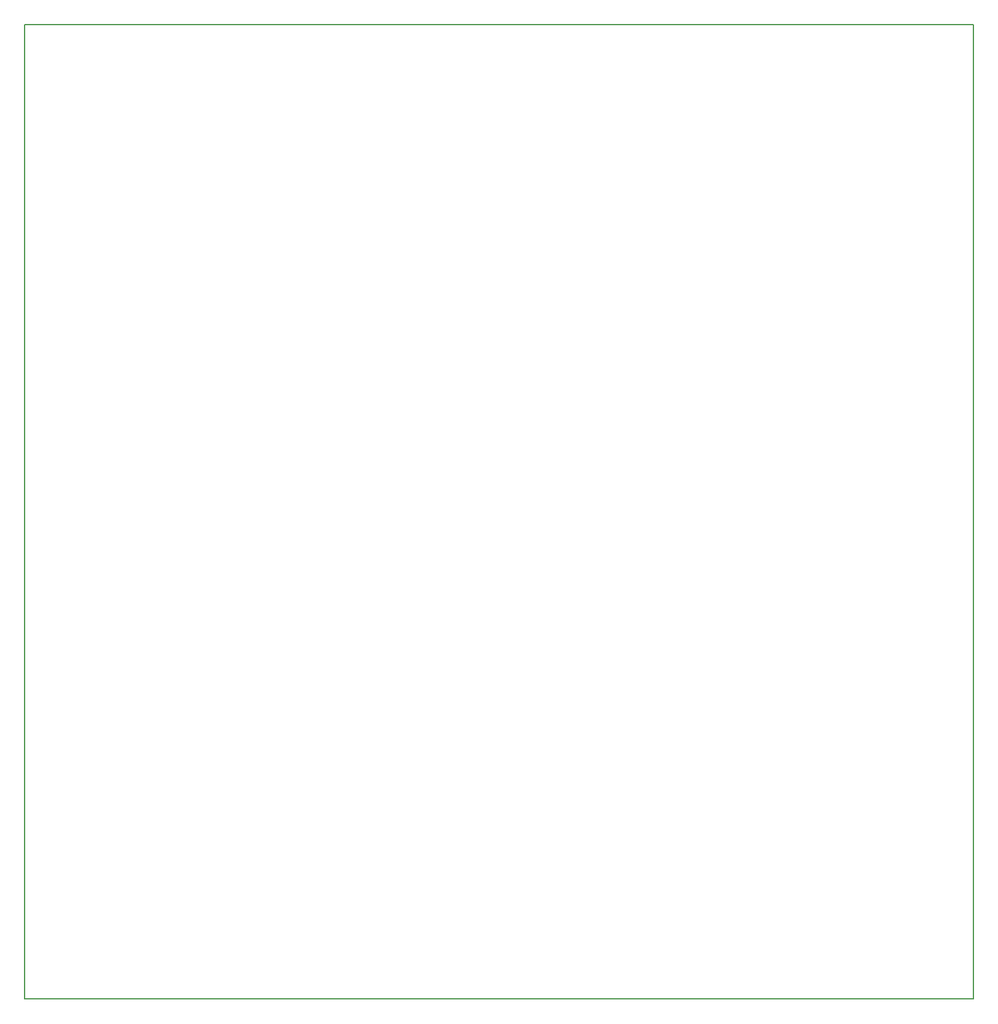
<source format=gbr>
%TF.GenerationSoftware,KiCad,Pcbnew,7.0.9-7.0.9~ubuntu23.04.1*%
%TF.CreationDate,2024-01-04T09:07:39+01:00*%
%TF.ProjectId,Electronic_DC_Load,456c6563-7472-46f6-9e69-635f44435f4c,rev?*%
%TF.SameCoordinates,Original*%
%TF.FileFunction,Profile,NP*%
%FSLAX46Y46*%
G04 Gerber Fmt 4.6, Leading zero omitted, Abs format (unit mm)*
G04 Created by KiCad (PCBNEW 7.0.9-7.0.9~ubuntu23.04.1) date 2024-01-04 09:07:39*
%MOMM*%
%LPD*%
G01*
G04 APERTURE LIST*
%TA.AperFunction,Profile*%
%ADD10C,0.150000*%
%TD*%
G04 APERTURE END LIST*
D10*
X40250000Y-169080000D02*
X37810000Y-169080000D01*
X40500000Y-169080000D02*
X40250000Y-169080000D01*
X171820000Y-169080000D02*
X40500000Y-169080000D01*
X37810000Y-31570000D02*
X171820000Y-31570000D01*
X171820000Y-74880000D02*
X171820000Y-166520000D01*
X37810000Y-169080000D02*
X37810000Y-31570000D01*
X171820000Y-31570000D02*
X171820000Y-74880000D01*
X171820000Y-166520000D02*
X171820000Y-169080000D01*
M02*

</source>
